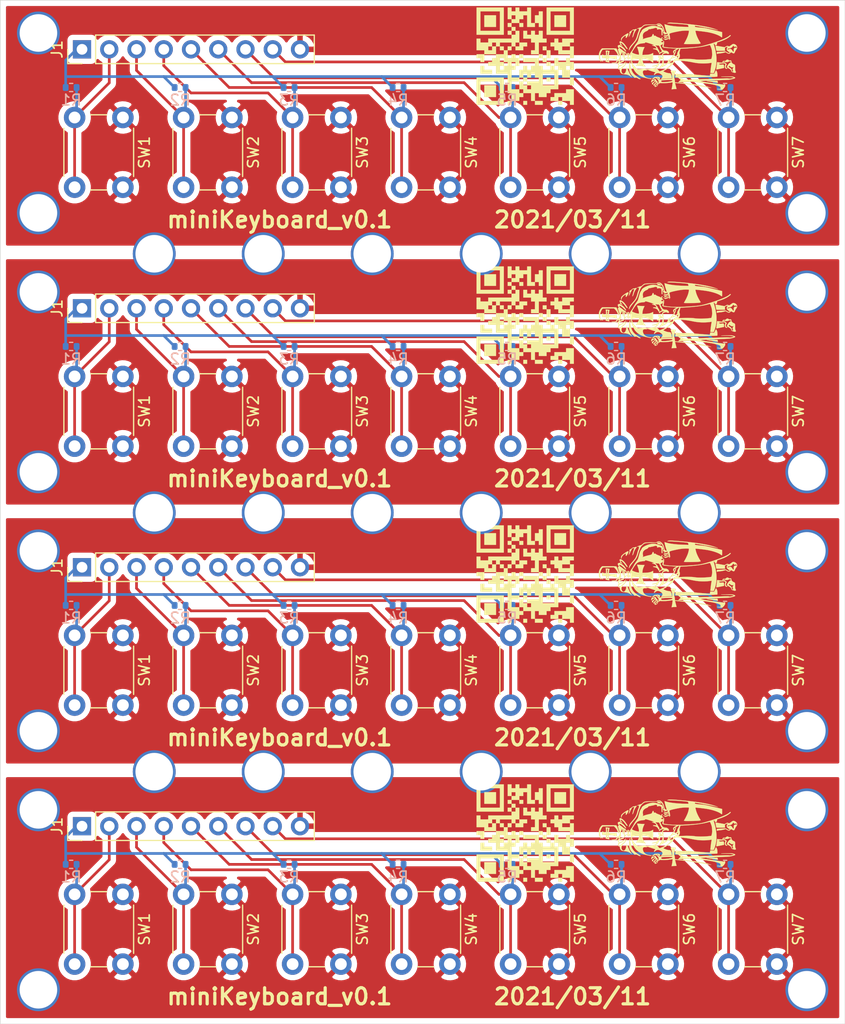
<source format=kicad_pcb>
(kicad_pcb (version 20171130) (host pcbnew "(5.1.7)-1")
  (title_block (title miniKeyboard) (date 2021-03-10) (rev v0.1) (company piro_tex))
  (layers (0 F.Cu signal) (31 B.Cu signal) (34 B.Paste user) (35 F.Paste user) (36 B.SilkS user) (37 F.SilkS user) (38 B.Mask user) (39 F.Mask user) (44 Edge.Cuts user))
  (net 0 "")
  (net 1 GND)
  (net 2 /button_7)
  (net 3 /button_6)
  (net 4 /button_5)
  (net 5 /button_4)
  (net 6 /button_3)
  (net 7 /button_2)
  (net 8 /button_1)
  (net 9 VCC)
  (module mine:qr_code_front_10mm (layer F.Cu) (at 107.315 28.575)
    (fp_text reference G*** hide)
    (fp_text value LOGO hide)
  )
  (module mine:qr_code_front_10mm (layer F.Cu) (at 107.315 52.705)
    (fp_text reference G*** hide)
    (fp_text value LOGO hide)
  )
  (module mine:qr_code_front_10mm (layer F.Cu) (at 107.315 76.835)
    (fp_text reference G*** hide)
    (fp_text value LOGO hide)
  )
  (module mine:qr_code_front_10mm (layer F.Cu) (at 107.315 100.965)
    (fp_text reference G*** hide)
    (fp_text value LOGO hide)
  )
  (module mine:knight_10x13mm (layer F.Cu) (at 120.65 100.965 90)
    (fp_text reference G*** hide)
    (fp_text value LOGO hide)
  )
  (module mine:knight_10x13mm (layer F.Cu) (at 120.65 76.835 90)
    (fp_text reference G*** hide)
    (fp_text value LOGO hide)
  )
  (module mine:knight_10x13mm (layer F.Cu) (at 120.65 52.705 90)
    (fp_text reference G*** hide)
    (fp_text value LOGO hide)
  )
  (module mine:knight_10x13mm (layer F.Cu) (at 120.65 28.575 90)
    (fp_text reference G*** hide)
    (fp_text value LOGO hide)
  )
  (module Button_Switch_THT:SW_PUSH_6mm (layer F.Cu) (at 69.85 106.68 270)
    (fp_text reference SW1 (at 3.25 -2 90) (layer F.SilkS))
    (fp_text value SW_Push)
    (pad 2 thru_hole circle (at 0 4.5) (size 2 2) (drill 1.1) (layers *.Cu *.Mask) (net 8 /button_1))
    (pad 1 thru_hole circle (at 0 0) (size 2 2) (drill 1.1) (layers *.Cu *.Mask) (net 1 GND))
    (pad 2 thru_hole circle (at 6.5 4.5) (size 2 2) (drill 1.1) (layers *.Cu *.Mask) (net 8 /button_1))
    (pad 1 thru_hole circle (at 6.5 0) (size 2 2) (drill 1.1) (layers *.Cu *.Mask) (net 1 GND))
  )
  (module Resistor_SMD:R_0402_1005Metric (layer B.Cu) (at 125.982 103.886)
    (fp_text reference R7 (at 0 1.17) (layer B.SilkS) (effects (justify mirror)))
    (fp_text value R)
    (pad 1 smd roundrect (at -0.51 0) (size 0.54 0.64) (layers B.Cu B.Paste B.Mask) (net 9 VCC))
    (pad 2 smd roundrect (at 0.51 0) (size 0.54 0.64) (layers B.Cu B.Paste B.Mask) (net 2 /button_7))
  )
  (module Resistor_SMD:R_0402_1005Metric (layer B.Cu) (at 115.822 103.886)
    (fp_text reference R6 (at 0 1.17) (layer B.SilkS) (effects (justify mirror)))
    (fp_text value R)
    (pad 1 smd roundrect (at -0.51 0) (size 0.54 0.64) (layers B.Cu B.Paste B.Mask) (net 9 VCC))
    (pad 2 smd roundrect (at 0.51 0) (size 0.54 0.64) (layers B.Cu B.Paste B.Mask) (net 3 /button_6))
  )
  (module Resistor_SMD:R_0402_1005Metric (layer B.Cu) (at 105.662 103.886)
    (fp_text reference R5 (at 0 1.17) (layer B.SilkS) (effects (justify mirror)))
    (fp_text value R)
    (pad 1 smd roundrect (at -0.51 0) (size 0.54 0.64) (layers B.Cu B.Paste B.Mask) (net 9 VCC))
    (pad 2 smd roundrect (at 0.51 0) (size 0.54 0.64) (layers B.Cu B.Paste B.Mask) (net 4 /button_5))
  )
  (module Resistor_SMD:R_0402_1005Metric (layer B.Cu) (at 95.502 103.886)
    (fp_text reference R4 (at 0 1.17) (layer B.SilkS) (effects (justify mirror)))
    (fp_text value R)
    (pad 1 smd roundrect (at -0.51 0) (size 0.54 0.64) (layers B.Cu B.Paste B.Mask) (net 9 VCC))
    (pad 2 smd roundrect (at 0.51 0) (size 0.54 0.64) (layers B.Cu B.Paste B.Mask) (net 5 /button_4))
  )
  (module Resistor_SMD:R_0402_1005Metric (layer B.Cu) (at 85.342 103.886)
    (fp_text reference R3 (at 0 1.17) (layer B.SilkS) (effects (justify mirror)))
    (fp_text value R)
    (pad 1 smd roundrect (at -0.51 0) (size 0.54 0.64) (layers B.Cu B.Paste B.Mask) (net 9 VCC))
    (pad 2 smd roundrect (at 0.51 0) (size 0.54 0.64) (layers B.Cu B.Paste B.Mask) (net 6 /button_3))
  )
  (module Resistor_SMD:R_0402_1005Metric (layer B.Cu) (at 75.182 103.886)
    (fp_text reference R2 (at 0 1.17) (layer B.SilkS) (effects (justify mirror)))
    (fp_text value R)
    (pad 1 smd roundrect (at -0.51 0) (size 0.54 0.64) (layers B.Cu B.Paste B.Mask) (net 9 VCC))
    (pad 2 smd roundrect (at 0.51 0) (size 0.54 0.64) (layers B.Cu B.Paste B.Mask) (net 7 /button_2))
  )
  (module Resistor_SMD:R_0402_1005Metric (layer B.Cu) (at 65.026 103.886)
    (fp_text reference R1 (at 0 1.17) (layer B.SilkS) (effects (justify mirror)))
    (fp_text value R)
    (pad 1 smd roundrect (at -0.51 0) (size 0.54 0.64) (layers B.Cu B.Paste B.Mask) (net 9 VCC))
    (pad 2 smd roundrect (at 0.51 0) (size 0.54 0.64) (layers B.Cu B.Paste B.Mask) (net 8 /button_1))
  )
  (module Connector_PinHeader_2.54mm:PinHeader_1x09_P2.54mm_Vertical (layer F.Cu) (at 66.04 100.33 90)
    (fp_text reference J1 (at 0 -2.33 90) (layer F.SilkS))
    (fp_text value buttons)
    (pad 1 thru_hole rect (at 0 0 90) (size 1.7 1.7) (drill 1) (layers *.Cu *.Mask) (net 9 VCC))
    (pad 2 thru_hole oval (at 0 2.54 90) (size 1.7 1.7) (drill 1) (layers *.Cu *.Mask) (net 8 /button_1))
    (pad 3 thru_hole oval (at 0 5.08 90) (size 1.7 1.7) (drill 1) (layers *.Cu *.Mask) (net 7 /button_2))
    (pad 4 thru_hole oval (at 0 7.62 90) (size 1.7 1.7) (drill 1) (layers *.Cu *.Mask) (net 6 /button_3))
    (pad 5 thru_hole oval (at 0 10.16 90) (size 1.7 1.7) (drill 1) (layers *.Cu *.Mask) (net 5 /button_4))
    (pad 6 thru_hole oval (at 0 12.7 90) (size 1.7 1.7) (drill 1) (layers *.Cu *.Mask) (net 4 /button_5))
    (pad 7 thru_hole oval (at 0 15.24 90) (size 1.7 1.7) (drill 1) (layers *.Cu *.Mask) (net 3 /button_6))
    (pad 8 thru_hole oval (at 0 17.78 90) (size 1.7 1.7) (drill 1) (layers *.Cu *.Mask) (net 2 /button_7))
    (pad 9 thru_hole oval (at 0 20.32 90) (size 1.7 1.7) (drill 1) (layers *.Cu *.Mask) (net 1 GND))
  )
  (module Button_Switch_THT:SW_PUSH_6mm (layer F.Cu) (at 130.81 106.68 270)
    (fp_text reference SW7 (at 3.25 -2 90) (layer F.SilkS))
    (fp_text value SW_Push)
    (pad 2 thru_hole circle (at 0 4.5) (size 2 2) (drill 1.1) (layers *.Cu *.Mask) (net 2 /button_7))
    (pad 1 thru_hole circle (at 0 0) (size 2 2) (drill 1.1) (layers *.Cu *.Mask) (net 1 GND))
    (pad 2 thru_hole circle (at 6.5 4.5) (size 2 2) (drill 1.1) (layers *.Cu *.Mask) (net 2 /button_7))
    (pad 1 thru_hole circle (at 6.5 0) (size 2 2) (drill 1.1) (layers *.Cu *.Mask) (net 1 GND))
  )
  (module Button_Switch_THT:SW_PUSH_6mm (layer F.Cu) (at 120.65 106.68 270)
    (fp_text reference SW6 (at 3.25 -2 90) (layer F.SilkS))
    (fp_text value SW_Push)
    (pad 2 thru_hole circle (at 0 4.5) (size 2 2) (drill 1.1) (layers *.Cu *.Mask) (net 3 /button_6))
    (pad 1 thru_hole circle (at 0 0) (size 2 2) (drill 1.1) (layers *.Cu *.Mask) (net 1 GND))
    (pad 2 thru_hole circle (at 6.5 4.5) (size 2 2) (drill 1.1) (layers *.Cu *.Mask) (net 3 /button_6))
    (pad 1 thru_hole circle (at 6.5 0) (size 2 2) (drill 1.1) (layers *.Cu *.Mask) (net 1 GND))
  )
  (module Button_Switch_THT:SW_PUSH_6mm (layer F.Cu) (at 110.49 106.68 270)
    (fp_text reference SW5 (at 3.25 -2 90) (layer F.SilkS))
    (fp_text value SW_Push)
    (pad 2 thru_hole circle (at 0 4.5) (size 2 2) (drill 1.1) (layers *.Cu *.Mask) (net 4 /button_5))
    (pad 1 thru_hole circle (at 0 0) (size 2 2) (drill 1.1) (layers *.Cu *.Mask) (net 1 GND))
    (pad 2 thru_hole circle (at 6.5 4.5) (size 2 2) (drill 1.1) (layers *.Cu *.Mask) (net 4 /button_5))
    (pad 1 thru_hole circle (at 6.5 0) (size 2 2) (drill 1.1) (layers *.Cu *.Mask) (net 1 GND))
  )
  (module Button_Switch_THT:SW_PUSH_6mm (layer F.Cu) (at 100.33 106.68 270)
    (fp_text reference SW4 (at 3.25 -2 90) (layer F.SilkS))
    (fp_text value SW_Push)
    (pad 2 thru_hole circle (at 0 4.5) (size 2 2) (drill 1.1) (layers *.Cu *.Mask) (net 5 /button_4))
    (pad 1 thru_hole circle (at 0 0) (size 2 2) (drill 1.1) (layers *.Cu *.Mask) (net 1 GND))
    (pad 2 thru_hole circle (at 6.5 4.5) (size 2 2) (drill 1.1) (layers *.Cu *.Mask) (net 5 /button_4))
    (pad 1 thru_hole circle (at 6.5 0) (size 2 2) (drill 1.1) (layers *.Cu *.Mask) (net 1 GND))
  )
  (module Button_Switch_THT:SW_PUSH_6mm (layer F.Cu) (at 90.17 106.68 270)
    (fp_text reference SW3 (at 3.25 -2 90) (layer F.SilkS))
    (fp_text value SW_Push)
    (pad 2 thru_hole circle (at 0 4.5) (size 2 2) (drill 1.1) (layers *.Cu *.Mask) (net 6 /button_3))
    (pad 1 thru_hole circle (at 0 0) (size 2 2) (drill 1.1) (layers *.Cu *.Mask) (net 1 GND))
    (pad 2 thru_hole circle (at 6.5 4.5) (size 2 2) (drill 1.1) (layers *.Cu *.Mask) (net 6 /button_3))
    (pad 1 thru_hole circle (at 6.5 0) (size 2 2) (drill 1.1) (layers *.Cu *.Mask) (net 1 GND))
  )
  (module Button_Switch_THT:SW_PUSH_6mm (layer F.Cu) (at 80.01 106.68 270)
    (fp_text reference SW2 (at 3.25 -2 90) (layer F.SilkS))
    (fp_text value SW_Push)
    (pad 2 thru_hole circle (at 0 4.5) (size 2 2) (drill 1.1) (layers *.Cu *.Mask) (net 7 /button_2))
    (pad 1 thru_hole circle (at 0 0) (size 2 2) (drill 1.1) (layers *.Cu *.Mask) (net 1 GND))
    (pad 2 thru_hole circle (at 6.5 4.5) (size 2 2) (drill 1.1) (layers *.Cu *.Mask) (net 7 /button_2))
    (pad 1 thru_hole circle (at 6.5 0) (size 2 2) (drill 1.1) (layers *.Cu *.Mask) (net 1 GND))
  )
  (module Button_Switch_THT:SW_PUSH_6mm (layer F.Cu) (at 80.01 82.55 270)
    (fp_text reference SW2 (at 3.25 -2 90) (layer F.SilkS))
    (fp_text value SW_Push)
    (pad 1 thru_hole circle (at 6.5 0) (size 2 2) (drill 1.1) (layers *.Cu *.Mask) (net 1 GND))
    (pad 2 thru_hole circle (at 6.5 4.5) (size 2 2) (drill 1.1) (layers *.Cu *.Mask) (net 7 /button_2))
    (pad 1 thru_hole circle (at 0 0) (size 2 2) (drill 1.1) (layers *.Cu *.Mask) (net 1 GND))
    (pad 2 thru_hole circle (at 0 4.5) (size 2 2) (drill 1.1) (layers *.Cu *.Mask) (net 7 /button_2))
  )
  (module Button_Switch_THT:SW_PUSH_6mm (layer F.Cu) (at 90.17 82.55 270)
    (fp_text reference SW3 (at 3.25 -2 90) (layer F.SilkS))
    (fp_text value SW_Push)
    (pad 1 thru_hole circle (at 6.5 0) (size 2 2) (drill 1.1) (layers *.Cu *.Mask) (net 1 GND))
    (pad 2 thru_hole circle (at 6.5 4.5) (size 2 2) (drill 1.1) (layers *.Cu *.Mask) (net 6 /button_3))
    (pad 1 thru_hole circle (at 0 0) (size 2 2) (drill 1.1) (layers *.Cu *.Mask) (net 1 GND))
    (pad 2 thru_hole circle (at 0 4.5) (size 2 2) (drill 1.1) (layers *.Cu *.Mask) (net 6 /button_3))
  )
  (module Button_Switch_THT:SW_PUSH_6mm (layer F.Cu) (at 100.33 82.55 270)
    (fp_text reference SW4 (at 3.25 -2 90) (layer F.SilkS))
    (fp_text value SW_Push)
    (pad 1 thru_hole circle (at 6.5 0) (size 2 2) (drill 1.1) (layers *.Cu *.Mask) (net 1 GND))
    (pad 2 thru_hole circle (at 6.5 4.5) (size 2 2) (drill 1.1) (layers *.Cu *.Mask) (net 5 /button_4))
    (pad 1 thru_hole circle (at 0 0) (size 2 2) (drill 1.1) (layers *.Cu *.Mask) (net 1 GND))
    (pad 2 thru_hole circle (at 0 4.5) (size 2 2) (drill 1.1) (layers *.Cu *.Mask) (net 5 /button_4))
  )
  (module Button_Switch_THT:SW_PUSH_6mm (layer F.Cu) (at 110.49 82.55 270)
    (fp_text reference SW5 (at 3.25 -2 90) (layer F.SilkS))
    (fp_text value SW_Push)
    (pad 1 thru_hole circle (at 6.5 0) (size 2 2) (drill 1.1) (layers *.Cu *.Mask) (net 1 GND))
    (pad 2 thru_hole circle (at 6.5 4.5) (size 2 2) (drill 1.1) (layers *.Cu *.Mask) (net 4 /button_5))
    (pad 1 thru_hole circle (at 0 0) (size 2 2) (drill 1.1) (layers *.Cu *.Mask) (net 1 GND))
    (pad 2 thru_hole circle (at 0 4.5) (size 2 2) (drill 1.1) (layers *.Cu *.Mask) (net 4 /button_5))
  )
  (module Button_Switch_THT:SW_PUSH_6mm (layer F.Cu) (at 120.65 82.55 270)
    (fp_text reference SW6 (at 3.25 -2 90) (layer F.SilkS))
    (fp_text value SW_Push)
    (pad 1 thru_hole circle (at 6.5 0) (size 2 2) (drill 1.1) (layers *.Cu *.Mask) (net 1 GND))
    (pad 2 thru_hole circle (at 6.5 4.5) (size 2 2) (drill 1.1) (layers *.Cu *.Mask) (net 3 /button_6))
    (pad 1 thru_hole circle (at 0 0) (size 2 2) (drill 1.1) (layers *.Cu *.Mask) (net 1 GND))
    (pad 2 thru_hole circle (at 0 4.5) (size 2 2) (drill 1.1) (layers *.Cu *.Mask) (net 3 /button_6))
  )
  (module Button_Switch_THT:SW_PUSH_6mm (layer F.Cu) (at 130.81 82.55 270)
    (fp_text reference SW7 (at 3.25 -2 90) (layer F.SilkS))
    (fp_text value SW_Push)
    (pad 1 thru_hole circle (at 6.5 0) (size 2 2) (drill 1.1) (layers *.Cu *.Mask) (net 1 GND))
    (pad 2 thru_hole circle (at 6.5 4.5) (size 2 2) (drill 1.1) (layers *.Cu *.Mask) (net 2 /button_7))
    (pad 1 thru_hole circle (at 0 0) (size 2 2) (drill 1.1) (layers *.Cu *.Mask) (net 1 GND))
    (pad 2 thru_hole circle (at 0 4.5) (size 2 2) (drill 1.1) (layers *.Cu *.Mask) (net 2 /button_7))
  )
  (module Connector_PinHeader_2.54mm:PinHeader_1x09_P2.54mm_Vertical (layer F.Cu) (at 66.04 76.2 90)
    (fp_text reference J1 (at 0 -2.33 90) (layer F.SilkS))
    (fp_text value buttons)
    (pad 9 thru_hole oval (at 0 20.32 90) (size 1.7 1.7) (drill 1) (layers *.Cu *.Mask) (net 1 GND))
    (pad 8 thru_hole oval (at 0 17.78 90) (size 1.7 1.7) (drill 1) (layers *.Cu *.Mask) (net 2 /button_7))
    (pad 7 thru_hole oval (at 0 15.24 90) (size 1.7 1.7) (drill 1) (layers *.Cu *.Mask) (net 3 /button_6))
    (pad 6 thru_hole oval (at 0 12.7 90) (size 1.7 1.7) (drill 1) (layers *.Cu *.Mask) (net 4 /button_5))
    (pad 5 thru_hole oval (at 0 10.16 90) (size 1.7 1.7) (drill 1) (layers *.Cu *.Mask) (net 5 /button_4))
    (pad 4 thru_hole oval (at 0 7.62 90) (size 1.7 1.7) (drill 1) (layers *.Cu *.Mask) (net 6 /button_3))
    (pad 3 thru_hole oval (at 0 5.08 90) (size 1.7 1.7) (drill 1) (layers *.Cu *.Mask) (net 7 /button_2))
    (pad 2 thru_hole oval (at 0 2.54 90) (size 1.7 1.7) (drill 1) (layers *.Cu *.Mask) (net 8 /button_1))
    (pad 1 thru_hole rect (at 0 0 90) (size 1.7 1.7) (drill 1) (layers *.Cu *.Mask) (net 9 VCC))
  )
  (module Resistor_SMD:R_0402_1005Metric (layer B.Cu) (at 65.026 79.756)
    (fp_text reference R1 (at 0 1.17) (layer B.SilkS) (effects (justify mirror)))
    (fp_text value R)
    (pad 2 smd roundrect (at 0.51 0) (size 0.54 0.64) (layers B.Cu B.Paste B.Mask) (net 8 /button_1))
    (pad 1 smd roundrect (at -0.51 0) (size 0.54 0.64) (layers B.Cu B.Paste B.Mask) (net 9 VCC))
  )
  (module Resistor_SMD:R_0402_1005Metric (layer B.Cu) (at 75.182 79.756)
    (fp_text reference R2 (at 0 1.17) (layer B.SilkS) (effects (justify mirror)))
    (fp_text value R)
    (pad 2 smd roundrect (at 0.51 0) (size 0.54 0.64) (layers B.Cu B.Paste B.Mask) (net 7 /button_2))
    (pad 1 smd roundrect (at -0.51 0) (size 0.54 0.64) (layers B.Cu B.Paste B.Mask) (net 9 VCC))
  )
  (module Resistor_SMD:R_0402_1005Metric (layer B.Cu) (at 85.342 79.756)
    (fp_text reference R3 (at 0 1.17) (layer B.SilkS) (effects (justify mirror)))
    (fp_text value R)
    (pad 2 smd roundrect (at 0.51 0) (size 0.54 0.64) (layers B.Cu B.Paste B.Mask) (net 6 /button_3))
    (pad 1 smd roundrect (at -0.51 0) (size 0.54 0.64) (layers B.Cu B.Paste B.Mask) (net 9 VCC))
  )
  (module Resistor_SMD:R_0402_1005Metric (layer B.Cu) (at 95.502 79.756)
    (fp_text reference R4 (at 0 1.17) (layer B.SilkS) (effects (justify mirror)))
    (fp_text value R)
    (pad 2 smd roundrect (at 0.51 0) (size 0.54 0.64) (layers B.Cu B.Paste B.Mask) (net 5 /button_4))
    (pad 1 smd roundrect (at -0.51 0) (size 0.54 0.64) (layers B.Cu B.Paste B.Mask) (net 9 VCC))
  )
  (module Resistor_SMD:R_0402_1005Metric (layer B.Cu) (at 105.662 79.756)
    (fp_text reference R5 (at 0 1.17) (layer B.SilkS) (effects (justify mirror)))
    (fp_text value R)
    (pad 2 smd roundrect (at 0.51 0) (size 0.54 0.64) (layers B.Cu B.Paste B.Mask) (net 4 /button_5))
    (pad 1 smd roundrect (at -0.51 0) (size 0.54 0.64) (layers B.Cu B.Paste B.Mask) (net 9 VCC))
  )
  (module Resistor_SMD:R_0402_1005Metric (layer B.Cu) (at 115.822 79.756)
    (fp_text reference R6 (at 0 1.17) (layer B.SilkS) (effects (justify mirror)))
    (fp_text value R)
    (pad 2 smd roundrect (at 0.51 0) (size 0.54 0.64) (layers B.Cu B.Paste B.Mask) (net 3 /button_6))
    (pad 1 smd roundrect (at -0.51 0) (size 0.54 0.64) (layers B.Cu B.Paste B.Mask) (net 9 VCC))
  )
  (module Resistor_SMD:R_0402_1005Metric (layer B.Cu) (at 125.982 79.756)
    (fp_text reference R7 (at 0 1.17) (layer B.SilkS) (effects (justify mirror)))
    (fp_text value R)
    (pad 2 smd roundrect (at 0.51 0) (size 0.54 0.64) (layers B.Cu B.Paste B.Mask) (net 2 /button_7))
    (pad 1 smd roundrect (at -0.51 0) (size 0.54 0.64) (layers B.Cu B.Paste B.Mask) (net 9 VCC))
  )
  (module Button_Switch_THT:SW_PUSH_6mm (layer F.Cu) (at 69.85 82.55 270)
    (fp_text reference SW1 (at 3.25 -2 90) (layer F.SilkS))
    (fp_text value SW_Push)
    (pad 1 thru_hole circle (at 6.5 0) (size 2 2) (drill 1.1) (layers *.Cu *.Mask) (net 1 GND))
    (pad 2 thru_hole circle (at 6.5 4.5) (size 2 2) (drill 1.1) (layers *.Cu *.Mask) (net 8 /button_1))
    (pad 1 thru_hole circle (at 0 0) (size 2 2) (drill 1.1) (layers *.Cu *.Mask) (net 1 GND))
    (pad 2 thru_hole circle (at 0 4.5) (size 2 2) (drill 1.1) (layers *.Cu *.Mask) (net 8 /button_1))
  )
  (module Button_Switch_THT:SW_PUSH_6mm (layer F.Cu) (at 69.85 58.42 270)
    (fp_text reference SW1 (at 3.25 -2 90) (layer F.SilkS))
    (fp_text value SW_Push)
    (pad 2 thru_hole circle (at 0 4.5) (size 2 2) (drill 1.1) (layers *.Cu *.Mask) (net 8 /button_1))
    (pad 1 thru_hole circle (at 0 0) (size 2 2) (drill 1.1) (layers *.Cu *.Mask) (net 1 GND))
    (pad 2 thru_hole circle (at 6.5 4.5) (size 2 2) (drill 1.1) (layers *.Cu *.Mask) (net 8 /button_1))
    (pad 1 thru_hole circle (at 6.5 0) (size 2 2) (drill 1.1) (layers *.Cu *.Mask) (net 1 GND))
  )
  (module Resistor_SMD:R_0402_1005Metric (layer B.Cu) (at 125.982 55.626)
    (fp_text reference R7 (at 0 1.17) (layer B.SilkS) (effects (justify mirror)))
    (fp_text value R)
    (pad 1 smd roundrect (at -0.51 0) (size 0.54 0.64) (layers B.Cu B.Paste B.Mask) (net 9 VCC))
    (pad 2 smd roundrect (at 0.51 0) (size 0.54 0.64) (layers B.Cu B.Paste B.Mask) (net 2 /button_7))
  )
  (module Resistor_SMD:R_0402_1005Metric (layer B.Cu) (at 115.822 55.626)
    (fp_text reference R6 (at 0 1.17) (layer B.SilkS) (effects (justify mirror)))
    (fp_text value R)
    (pad 1 smd roundrect (at -0.51 0) (size 0.54 0.64) (layers B.Cu B.Paste B.Mask) (net 9 VCC))
    (pad 2 smd roundrect (at 0.51 0) (size 0.54 0.64) (layers B.Cu B.Paste B.Mask) (net 3 /button_6))
  )
  (module Resistor_SMD:R_0402_1005Metric (layer B.Cu) (at 105.662 55.626)
    (fp_text reference R5 (at 0 1.17) (layer B.SilkS) (effects (justify mirror)))
    (fp_text value R)
    (pad 1 smd roundrect (at -0.51 0) (size 0.54 0.64) (layers B.Cu B.Paste B.Mask) (net 9 VCC))
    (pad 2 smd roundrect (at 0.51 0) (size 0.54 0.64) (layers B.Cu B.Paste B.Mask) (net 4 /button_5))
  )
  (module Resistor_SMD:R_0402_1005Metric (layer B.Cu) (at 95.502 55.626)
    (fp_text reference R4 (at 0 1.17) (layer B.SilkS) (effects (justify mirror)))
    (fp_text value R)
    (pad 1 smd roundrect (at -0.51 0) (size 0.54 0.64) (layers B.Cu B.Paste B.Mask) (net 9 VCC))
    (pad 2 smd roundrect (at 0.51 0) (size 0.54 0.64) (layers B.Cu B.Paste B.Mask) (net 5 /button_4))
  )
  (module Resistor_SMD:R_0402_1005Metric (layer B.Cu) (at 85.342 55.626)
    (fp_text reference R3 (at 0 1.17) (layer B.SilkS) (effects (justify mirror)))
    (fp_text value R)
    (pad 1 smd roundrect (at -0.51 0) (size 0.54 0.64) (layers B.Cu B.Paste B.Mask) (net 9 VCC))
    (pad 2 smd roundrect (at 0.51 0) (size 0.54 0.64) (layers B.Cu B.Paste B.Mask) (net 6 /button_3))
  )
  (module Resistor_SMD:R_0402_1005Metric (layer B.Cu) (at 75.182 55.626)
    (fp_text reference R2 (at 0 1.17) (layer B.SilkS) (effects (justify mirror)))
    (fp_text value R)
    (pad 1 smd roundrect (at -0.51 0) (size 0.54 0.64) (layers B.Cu B.Paste B.Mask) (net 9 VCC))
    (pad 2 smd roundrect (at 0.51 0) (size 0.54 0.64) (layers B.Cu B.Paste B.Mask) (net 7 /button_2))
  )
  (module Resistor_SMD:R_0402_1005Metric (layer B.Cu) (at 65.026 55.626)
    (fp_text reference R1 (at 0 1.17) (layer B.SilkS) (effects (justify mirror)))
    (fp_text value R)
    (pad 1 smd roundrect (at -0.51 0) (size 0.54 0.64) (layers B.Cu B.Paste B.Mask) (net 9 VCC))
    (pad 2 smd roundrect (at 0.51 0) (size 0.54 0.64) (layers B.Cu B.Paste B.Mask) (net 8 /button_1))
  )
  (module Connector_PinHeader_2.54mm:PinHeader_1x09_P2.54mm_Vertical (layer F.Cu) (at 66.04 52.07 90)
    (fp_text reference J1 (at 0 -2.33 90) (layer F.SilkS))
    (fp_text value buttons)
    (pad 1 thru_hole rect (at 0 0 90) (size 1.7 1.7) (drill 1) (layers *.Cu *.Mask) (net 9 VCC))
    (pad 2 thru_hole oval (at 0 2.54 90) (size 1.7 1.7) (drill 1) (layers *.Cu *.Mask) (net 8 /button_1))
    (pad 3 thru_hole oval (at 0 5.08 90) (size 1.7 1.7) (drill 1) (layers *.Cu *.Mask) (net 7 /button_2))
    (pad 4 thru_hole oval (at 0 7.62 90) (size 1.7 1.7) (drill 1) (layers *.Cu *.Mask) (net 6 /button_3))
    (pad 5 thru_hole oval (at 0 10.16 90) (size 1.7 1.7) (drill 1) (layers *.Cu *.Mask) (net 5 /button_4))
    (pad 6 thru_hole oval (at 0 12.7 90) (size 1.7 1.7) (drill 1) (layers *.Cu *.Mask) (net 4 /button_5))
    (pad 7 thru_hole oval (at 0 15.24 90) (size 1.7 1.7) (drill 1) (layers *.Cu *.Mask) (net 3 /button_6))
    (pad 8 thru_hole oval (at 0 17.78 90) (size 1.7 1.7) (drill 1) (layers *.Cu *.Mask) (net 2 /button_7))
    (pad 9 thru_hole oval (at 0 20.32 90) (size 1.7 1.7) (drill 1) (layers *.Cu *.Mask) (net 1 GND))
  )
  (module Button_Switch_THT:SW_PUSH_6mm (layer F.Cu) (at 130.81 58.42 270)
    (fp_text reference SW7 (at 3.25 -2 90) (layer F.SilkS))
    (fp_text value SW_Push)
    (pad 2 thru_hole circle (at 0 4.5) (size 2 2) (drill 1.1) (layers *.Cu *.Mask) (net 2 /button_7))
    (pad 1 thru_hole circle (at 0 0) (size 2 2) (drill 1.1) (layers *.Cu *.Mask) (net 1 GND))
    (pad 2 thru_hole circle (at 6.5 4.5) (size 2 2) (drill 1.1) (layers *.Cu *.Mask) (net 2 /button_7))
    (pad 1 thru_hole circle (at 6.5 0) (size 2 2) (drill 1.1) (layers *.Cu *.Mask) (net 1 GND))
  )
  (module Button_Switch_THT:SW_PUSH_6mm (layer F.Cu) (at 120.65 58.42 270)
    (fp_text reference SW6 (at 3.25 -2 90) (layer F.SilkS))
    (fp_text value SW_Push)
    (pad 2 thru_hole circle (at 0 4.5) (size 2 2) (drill 1.1) (layers *.Cu *.Mask) (net 3 /button_6))
    (pad 1 thru_hole circle (at 0 0) (size 2 2) (drill 1.1) (layers *.Cu *.Mask) (net 1 GND))
    (pad 2 thru_hole circle (at 6.5 4.5) (size 2 2) (drill 1.1) (layers *.Cu *.Mask) (net 3 /button_6))
    (pad 1 thru_hole circle (at 6.5 0) (size 2 2) (drill 1.1) (layers *.Cu *.Mask) (net 1 GND))
  )
  (module Button_Switch_THT:SW_PUSH_6mm (layer F.Cu) (at 110.49 58.42 270)
    (fp_text reference SW5 (at 3.25 -2 90) (layer F.SilkS))
    (fp_text value SW_Push)
    (pad 2 thru_hole circle (at 0 4.5) (size 2 2) (drill 1.1) (layers *.Cu *.Mask) (net 4 /button_5))
    (pad 1 thru_hole circle (at 0 0) (size 2 2) (drill 1.1) (layers *.Cu *.Mask) (net 1 GND))
    (pad 2 thru_hole circle (at 6.5 4.5) (size 2 2) (drill 1.1) (layers *.Cu *.Mask) (net 4 /button_5))
    (pad 1 thru_hole circle (at 6.5 0) (size 2 2) (drill 1.1) (layers *.Cu *.Mask) (net 1 GND))
  )
  (module Button_Switch_THT:SW_PUSH_6mm (layer F.Cu) (at 100.33 58.42 270)
    (fp_text reference SW4 (at 3.25 -2 90) (layer F.SilkS))
    (fp_text value SW_Push)
    (pad 2 thru_hole circle (at 0 4.5) (size 2 2) (drill 1.1) (layers *.Cu *.Mask) (net 5 /button_4))
    (pad 1 thru_hole circle (at 0 0) (size 2 2) (drill 1.1) (layers *.Cu *.Mask) (net 1 GND))
    (pad 2 thru_hole circle (at 6.5 4.5) (size 2 2) (drill 1.1) (layers *.Cu *.Mask) (net 5 /button_4))
    (pad 1 thru_hole circle (at 6.5 0) (size 2 2) (drill 1.1) (layers *.Cu *.Mask) (net 1 GND))
  )
  (module Button_Switch_THT:SW_PUSH_6mm (layer F.Cu) (at 90.17 58.42 270)
    (fp_text reference SW3 (at 3.25 -2 90) (layer F.SilkS))
    (fp_text value SW_Push)
    (pad 2 thru_hole circle (at 0 4.5) (size 2 2) (drill 1.1) (layers *.Cu *.Mask) (net 6 /button_3))
    (pad 1 thru_hole circle (at 0 0) (size 2 2) (drill 1.1) (layers *.Cu *.Mask) (net 1 GND))
    (pad 2 thru_hole circle (at 6.5 4.5) (size 2 2) (drill 1.1) (layers *.Cu *.Mask) (net 6 /button_3))
    (pad 1 thru_hole circle (at 6.5 0) (size 2 2) (drill 1.1) (layers *.Cu *.Mask) (net 1 GND))
  )
  (module Button_Switch_THT:SW_PUSH_6mm (layer F.Cu) (at 80.01 58.42 270)
    (fp_text reference SW2 (at 3.25 -2 90) (layer F.SilkS))
    (fp_text value SW_Push)
    (pad 2 thru_hole circle (at 0 4.5) (size 2 2) (drill 1.1) (layers *.Cu *.Mask) (net 7 /button_2))
    (pad 1 thru_hole circle (at 0 0) (size 2 2) (drill 1.1) (layers *.Cu *.Mask) (net 1 GND))
    (pad 2 thru_hole circle (at 6.5 4.5) (size 2 2) (drill 1.1) (layers *.Cu *.Mask) (net 7 /button_2))
    (pad 1 thru_hole circle (at 6.5 0) (size 2 2) (drill 1.1) (layers *.Cu *.Mask) (net 1 GND))
  )
  (module Button_Switch_THT:SW_PUSH_6mm (layer F.Cu) (at 130.81 34.29 270)
    (fp_text reference SW7 (at 3.25 -2 90) (layer F.SilkS))
    (fp_text value SW_Push)
    (pad 1 thru_hole circle (at 6.5 0) (size 2 2) (drill 1.1) (layers *.Cu *.Mask) (net 1 GND))
    (pad 2 thru_hole circle (at 6.5 4.5) (size 2 2) (drill 1.1) (layers *.Cu *.Mask) (net 2 /button_7))
    (pad 1 thru_hole circle (at 0 0) (size 2 2) (drill 1.1) (layers *.Cu *.Mask) (net 1 GND))
    (pad 2 thru_hole circle (at 0 4.5) (size 2 2) (drill 1.1) (layers *.Cu *.Mask) (net 2 /button_7))
  )
  (module Button_Switch_THT:SW_PUSH_6mm (layer F.Cu) (at 120.65 34.29 270)
    (fp_text reference SW6 (at 3.25 -2 90) (layer F.SilkS))
    (fp_text value SW_Push)
    (pad 1 thru_hole circle (at 6.5 0) (size 2 2) (drill 1.1) (layers *.Cu *.Mask) (net 1 GND))
    (pad 2 thru_hole circle (at 6.5 4.5) (size 2 2) (drill 1.1) (layers *.Cu *.Mask) (net 3 /button_6))
    (pad 1 thru_hole circle (at 0 0) (size 2 2) (drill 1.1) (layers *.Cu *.Mask) (net 1 GND))
    (pad 2 thru_hole circle (at 0 4.5) (size 2 2) (drill 1.1) (layers *.Cu *.Mask) (net 3 /button_6))
  )
  (module Button_Switch_THT:SW_PUSH_6mm (layer F.Cu) (at 110.49 34.29 270)
    (fp_text reference SW5 (at 3.25 -2 90) (layer F.SilkS))
    (fp_text value SW_Push)
    (pad 1 thru_hole circle (at 6.5 0) (size 2 2) (drill 1.1) (layers *.Cu *.Mask) (net 1 GND))
    (pad 2 thru_hole circle (at 6.5 4.5) (size 2 2) (drill 1.1) (layers *.Cu *.Mask) (net 4 /button_5))
    (pad 1 thru_hole circle (at 0 0) (size 2 2) (drill 1.1) (layers *.Cu *.Mask) (net 1 GND))
    (pad 2 thru_hole circle (at 0 4.5) (size 2 2) (drill 1.1) (layers *.Cu *.Mask) (net 4 /button_5))
  )
  (module Button_Switch_THT:SW_PUSH_6mm (layer F.Cu) (at 100.33 34.29 270)
    (fp_text reference SW4 (at 3.25 -2 90) (layer F.SilkS))
    (fp_text value SW_Push)
    (pad 1 thru_hole circle (at 6.5 0) (size 2 2) (drill 1.1) (layers *.Cu *.Mask) (net 1 GND))
    (pad 2 thru_hole circle (at 6.5 4.5) (size 2 2) (drill 1.1) (layers *.Cu *.Mask) (net 5 /button_4))
    (pad 1 thru_hole circle (at 0 0) (size 2 2) (drill 1.1) (layers *.Cu *.Mask) (net 1 GND))
    (pad 2 thru_hole circle (at 0 4.5) (size 2 2) (drill 1.1) (layers *.Cu *.Mask) (net 5 /button_4))
  )
  (module Button_Switch_THT:SW_PUSH_6mm (layer F.Cu) (at 90.17 34.29 270)
    (fp_text reference SW3 (at 3.25 -2 90) (layer F.SilkS))
    (fp_text value SW_Push)
    (pad 1 thru_hole circle (at 6.5 0) (size 2 2) (drill 1.1) (layers *.Cu *.Mask) (net 1 GND))
    (pad 2 thru_hole circle (at 6.5 4.5) (size 2 2) (drill 1.1) (layers *.Cu *.Mask) (net 6 /button_3))
    (pad 1 thru_hole circle (at 0 0) (size 2 2) (drill 1.1) (layers *.Cu *.Mask) (net 1 GND))
    (pad 2 thru_hole circle (at 0 4.5) (size 2 2) (drill 1.1) (layers *.Cu *.Mask) (net 6 /button_3))
  )
  (module Button_Switch_THT:SW_PUSH_6mm (layer F.Cu) (at 80.01 34.29 270)
    (fp_text reference SW2 (at 3.25 -2 90) (layer F.SilkS))
    (fp_text value SW_Push)
    (pad 1 thru_hole circle (at 6.5 0) (size 2 2) (drill 1.1) (layers *.Cu *.Mask) (net 1 GND))
    (pad 2 thru_hole circle (at 6.5 4.5) (size 2 2) (drill 1.1) (layers *.Cu *.Mask) (net 7 /button_2))
    (pad 1 thru_hole circle (at 0 0) (size 2 2) (drill 1.1) (layers *.Cu *.Mask) (net 1 GND))
    (pad 2 thru_hole circle (at 0 4.5) (size 2 2) (drill 1.1) (layers *.Cu *.Mask) (net 7 /button_2))
  )
  (module Button_Switch_THT:SW_PUSH_6mm (layer F.Cu) (at 69.85 34.29 270)
    (fp_text reference SW1 (at 3.25 -2 90) (layer F.SilkS))
    (fp_text value SW_Push)
    (pad 1 thru_hole circle (at 6.5 0) (size 2 2) (drill 1.1) (layers *.Cu *.Mask) (net 1 GND))
    (pad 2 thru_hole circle (at 6.5 4.5) (size 2 2) (drill 1.1) (layers *.Cu *.Mask) (net 8 /button_1))
    (pad 1 thru_hole circle (at 0 0) (size 2 2) (drill 1.1) (layers *.Cu *.Mask) (net 1 GND))
    (pad 2 thru_hole circle (at 0 4.5) (size 2 2) (drill 1.1) (layers *.Cu *.Mask) (net 8 /button_1))
  )
  (module Resistor_SMD:R_0402_1005Metric (layer B.Cu) (at 125.982 31.496)
    (fp_text reference R7 (at 0 1.17) (layer B.SilkS) (effects (justify mirror)))
    (fp_text value R)
    (pad 2 smd roundrect (at 0.51 0) (size 0.54 0.64) (layers B.Cu B.Paste B.Mask) (net 2 /button_7))
    (pad 1 smd roundrect (at -0.51 0) (size 0.54 0.64) (layers B.Cu B.Paste B.Mask) (net 9 VCC))
  )
  (module Resistor_SMD:R_0402_1005Metric (layer B.Cu) (at 115.822 31.496)
    (fp_text reference R6 (at 0 1.17) (layer B.SilkS) (effects (justify mirror)))
    (fp_text value R)
    (pad 2 smd roundrect (at 0.51 0) (size 0.54 0.64) (layers B.Cu B.Paste B.Mask) (net 3 /button_6))
    (pad 1 smd roundrect (at -0.51 0) (size 0.54 0.64) (layers B.Cu B.Paste B.Mask) (net 9 VCC))
  )
  (module Resistor_SMD:R_0402_1005Metric (layer B.Cu) (at 105.662 31.496)
    (fp_text reference R5 (at 0 1.17) (layer B.SilkS) (effects (justify mirror)))
    (fp_text value R)
    (pad 2 smd roundrect (at 0.51 0) (size 0.54 0.64) (layers B.Cu B.Paste B.Mask) (net 4 /button_5))
    (pad 1 smd roundrect (at -0.51 0) (size 0.54 0.64) (layers B.Cu B.Paste B.Mask) (net 9 VCC))
  )
  (module Resistor_SMD:R_0402_1005Metric (layer B.Cu) (at 95.502 31.496)
    (fp_text reference R4 (at 0 1.17) (layer B.SilkS) (effects (justify mirror)))
    (fp_text value R)
    (pad 2 smd roundrect (at 0.51 0) (size 0.54 0.64) (layers B.Cu B.Paste B.Mask) (net 5 /button_4))
    (pad 1 smd roundrect (at -0.51 0) (size 0.54 0.64) (layers B.Cu B.Paste B.Mask) (net 9 VCC))
  )
  (module Resistor_SMD:R_0402_1005Metric (layer B.Cu) (at 85.342 31.496)
    (fp_text reference R3 (at 0 1.17) (layer B.SilkS) (effects (justify mirror)))
    (fp_text value R)
    (pad 2 smd roundrect (at 0.51 0) (size 0.54 0.64) (layers B.Cu B.Paste B.Mask) (net 6 /button_3))
    (pad 1 smd roundrect (at -0.51 0) (size 0.54 0.64) (layers B.Cu B.Paste B.Mask) (net 9 VCC))
  )
  (module Resistor_SMD:R_0402_1005Metric (layer B.Cu) (at 75.182 31.496)
    (fp_text reference R2 (at 0 1.17) (layer B.SilkS) (effects (justify mirror)))
    (fp_text value R)
    (pad 2 smd roundrect (at 0.51 0) (size 0.54 0.64) (layers B.Cu B.Paste B.Mask) (net 7 /button_2))
    (pad 1 smd roundrect (at -0.51 0) (size 0.54 0.64) (layers B.Cu B.Paste B.Mask) (net 9 VCC))
  )
  (module Resistor_SMD:R_0402_1005Metric (layer B.Cu) (at 65.026 31.496)
    (fp_text reference R1 (at 0 1.17) (layer B.SilkS) (effects (justify mirror)))
    (fp_text value R)
    (pad 2 smd roundrect (at 0.51 0) (size 0.54 0.64) (layers B.Cu B.Paste B.Mask) (net 8 /button_1))
    (pad 1 smd roundrect (at -0.51 0) (size 0.54 0.64) (layers B.Cu B.Paste B.Mask) (net 9 VCC))
  )
  (module Connector_PinHeader_2.54mm:PinHeader_1x09_P2.54mm_Vertical (layer F.Cu) (at 66.04 27.94 90)
    (fp_text reference J1 (at 0 -2.33 90) (layer F.SilkS))
    (fp_text value buttons)
    (pad 9 thru_hole oval (at 0 20.32 90) (size 1.7 1.7) (drill 1) (layers *.Cu *.Mask) (net 1 GND))
    (pad 8 thru_hole oval (at 0 17.78 90) (size 1.7 1.7) (drill 1) (layers *.Cu *.Mask) (net 2 /button_7))
    (pad 7 thru_hole oval (at 0 15.24 90) (size 1.7 1.7) (drill 1) (layers *.Cu *.Mask) (net 3 /button_6))
    (pad 6 thru_hole oval (at 0 12.7 90) (size 1.7 1.7) (drill 1) (layers *.Cu *.Mask) (net 4 /button_5))
    (pad 5 thru_hole oval (at 0 10.16 90) (size 1.7 1.7) (drill 1) (layers *.Cu *.Mask) (net 5 /button_4))
    (pad 4 thru_hole oval (at 0 7.62 90) (size 1.7 1.7) (drill 1) (layers *.Cu *.Mask) (net 6 /button_3))
    (pad 3 thru_hole oval (at 0 5.08 90) (size 1.7 1.7) (drill 1) (layers *.Cu *.Mask) (net 7 /button_2))
    (pad 2 thru_hole oval (at 0 2.54 90) (size 1.7 1.7) (drill 1) (layers *.Cu *.Mask) (net 8 /button_1))
    (pad 1 thru_hole rect (at 0 0 90) (size 1.7 1.7) (drill 1) (layers *.Cu *.Mask) (net 9 VCC))
  )
  (gr_text 2021/03/11 (at 111.76 43.815) (layer F.SilkS) (effects (font (size 1.5 1.5) (thickness 0.3))))
  (gr_text 2021/03/11 (at 111.76 67.945) (layer F.SilkS) (effects (font (size 1.5 1.5) (thickness 0.3))))
  (gr_text 2021/03/11 (at 111.76 92.075) (layer F.SilkS) (effects (font (size 1.5 1.5) (thickness 0.3))))
  (gr_text 2021/03/11 (at 111.76 116.205) (layer F.SilkS) (effects (font (size 1.5 1.5) (thickness 0.3))))
  (gr_text miniKeyboard_v0.1 (at 84.455 116.205) (layer F.SilkS) (effects (font (size 1.5 1.5) (thickness 0.3))))
  (gr_text miniKeyboard_v0.1 (at 84.455 92.075) (layer F.SilkS) (effects (font (size 1.5 1.5) (thickness 0.3))))
  (gr_text miniKeyboard_v0.1 (at 84.455 67.945) (layer F.SilkS) (effects (font (size 1.5 1.5) (thickness 0.3))))
  (gr_text miniKeyboard_v0.1 (at 84.455 43.815) (layer F.SilkS) (effects (font (size 1.5 1.5) (thickness 0.3))))
  (gr_line (start 58.42 118.745) (end 58.42 23.368) (layer Edge.Cuts) (width 0.05))
  (gr_line (start 137.16 118.745) (end 58.42 118.745) (layer Edge.Cuts) (width 0.05))
  (gr_line (start 137.16 23.368) (end 137.16 118.745) (layer Edge.Cuts) (width 0.05))
  (gr_line (start 58.42 23.368) (end 137.16 23.368) (layer Edge.Cuts) (width 0.05))
  (via (at 123.571 95.25) (size 4) (drill 3.5) (layers F.Cu B.Cu) (net 1))
  (via (at 113.411 95.25) (size 4) (drill 3.5) (layers F.Cu B.Cu) (net 1))
  (via (at 103.251 95.25) (size 4) (drill 3.5) (layers F.Cu B.Cu) (net 1))
  (via (at 93.091 95.25) (size 4) (drill 3.5) (layers F.Cu B.Cu) (net 1))
  (via (at 82.931 95.25) (size 4) (drill 3.5) (layers F.Cu B.Cu) (net 1))
  (via (at 72.771 95.25) (size 4) (drill 3.5) (layers F.Cu B.Cu) (net 1))
  (via (at 123.571 71.12) (size 4) (drill 3.5) (layers F.Cu B.Cu) (net 1))
  (via (at 113.411 71.12) (size 4) (drill 3.5) (layers F.Cu B.Cu) (net 1))
  (via (at 103.251 71.12) (size 4) (drill 3.5) (layers F.Cu B.Cu) (net 1))
  (via (at 93.091 71.12) (size 4) (drill 3.5) (layers F.Cu B.Cu) (net 1))
  (via (at 82.931 71.12) (size 4) (drill 3.5) (layers F.Cu B.Cu) (net 1))
  (via (at 72.771 71.12) (size 4) (drill 3.5) (layers F.Cu B.Cu) (net 1))
  (via (at 72.771 46.99) (size 4) (drill 3.5) (layers F.Cu B.Cu) (net 1))
  (via (at 82.931 46.99) (size 4) (drill 3.5) (layers F.Cu B.Cu) (net 1))
  (via (at 93.091 46.99) (size 4) (drill 3.5) (layers F.Cu B.Cu) (net 1))
  (via (at 103.251 46.99) (size 4) (drill 3.5) (layers F.Cu B.Cu) (net 1))
  (via (at 113.411 46.99) (size 4) (drill 3.5) (layers F.Cu B.Cu) (net 1))
  (via (at 123.571 46.99) (size 4) (drill 3.5) (layers F.Cu B.Cu) (net 1))
  (via (at 61.976 43.18) (size 4) (drill 3.5) (layers F.Cu B.Cu) (net 1))
  (via (at 133.604 26.416) (size 4) (drill 3.5) (layers F.Cu B.Cu) (net 1))
  (via (at 133.604 43.18) (size 4) (drill 3.5) (layers F.Cu B.Cu) (net 1))
  (via (at 61.976 26.416) (size 4) (drill 3.5) (layers F.Cu B.Cu) (net 1))
  (via (at 61.976 67.31) (size 4) (drill 3.5) (layers F.Cu B.Cu) (net 1))
  (via (at 133.604 50.546) (size 4) (drill 3.5) (layers F.Cu B.Cu) (net 1))
  (via (at 133.604 67.31) (size 4) (drill 3.5) (layers F.Cu B.Cu) (net 1))
  (via (at 61.976 50.546) (size 4) (drill 3.5) (layers F.Cu B.Cu) (net 1))
  (via (at 133.604 91.44) (size 4) (drill 3.5) (layers F.Cu B.Cu) (net 1))
  (via (at 133.604 74.676) (size 4) (drill 3.5) (layers F.Cu B.Cu) (net 1))
  (via (at 61.976 91.44) (size 4) (drill 3.5) (layers F.Cu B.Cu) (net 1))
  (via (at 61.976 74.676) (size 4) (drill 3.5) (layers F.Cu B.Cu) (net 1))
  (via (at 61.976 98.806) (size 4) (drill 3.5) (layers F.Cu B.Cu) (net 1))
  (via (at 133.604 115.57) (size 4) (drill 3.5) (layers F.Cu B.Cu) (net 1))
  (via (at 61.976 115.57) (size 4) (drill 3.5) (layers F.Cu B.Cu) (net 1))
  (via (at 133.604 98.806) (size 4) (drill 3.5) (layers F.Cu B.Cu) (net 1))
  (segment (start 126.492 34.108) (end 126.31 34.29) (width 0.25) (layer B.Cu) (net 2))
  (segment (start 126.492 31.496) (end 126.492 34.108) (width 0.25) (layer B.Cu) (net 2))
  (segment (start 126.31 34.29) (end 126.31 40.79) (width 0.25) (layer F.Cu) (net 2))
  (segment (start 84.995001 29.115001) (end 121.063001 29.115001) (width 0.25) (layer F.Cu) (net 2))
  (segment (start 83.82 27.94) (end 84.995001 29.115001) (width 0.25) (layer F.Cu) (net 2))
  (segment (start 126.238 34.29) (end 126.31 34.29) (width 0.25) (layer F.Cu) (net 2))
  (segment (start 121.063001 29.115001) (end 126.238 34.29) (width 0.25) (layer F.Cu) (net 2))
  (segment (start 126.238 58.42) (end 126.31 58.42) (width 0.25) (layer F.Cu) (net 2))
  (segment (start 121.063001 53.245001) (end 126.238 58.42) (width 0.25) (layer F.Cu) (net 2))
  (segment (start 83.82 52.07) (end 84.995001 53.245001) (width 0.25) (layer F.Cu) (net 2))
  (segment (start 84.995001 53.245001) (end 121.063001 53.245001) (width 0.25) (layer F.Cu) (net 2))
  (segment (start 126.492 58.238) (end 126.31 58.42) (width 0.25) (layer B.Cu) (net 2))
  (segment (start 126.492 55.626) (end 126.492 58.238) (width 0.25) (layer B.Cu) (net 2))
  (segment (start 126.31 58.42) (end 126.31 64.92) (width 0.25) (layer F.Cu) (net 2))
  (segment (start 83.82 76.2) (end 84.995001 77.375001) (width 0.25) (layer F.Cu) (net 2))
  (segment (start 126.238 82.55) (end 126.31 82.55) (width 0.25) (layer F.Cu) (net 2))
  (segment (start 121.063001 77.375001) (end 126.238 82.55) (width 0.25) (layer F.Cu) (net 2))
  (segment (start 126.492 79.756) (end 126.492 82.368) (width 0.25) (layer B.Cu) (net 2))
  (segment (start 126.31 82.55) (end 126.31 89.05) (width 0.25) (layer F.Cu) (net 2))
  (segment (start 84.995001 77.375001) (end 121.063001 77.375001) (width 0.25) (layer F.Cu) (net 2))
  (segment (start 126.492 82.368) (end 126.31 82.55) (width 0.25) (layer B.Cu) (net 2))
  (segment (start 126.31 106.68) (end 126.31 113.18) (width 0.25) (layer F.Cu) (net 2))
  (segment (start 126.492 103.886) (end 126.492 106.498) (width 0.25) (layer B.Cu) (net 2))
  (segment (start 83.82 100.33) (end 84.995001 101.505001) (width 0.25) (layer F.Cu) (net 2))
  (segment (start 84.995001 101.505001) (end 121.063001 101.505001) (width 0.25) (layer F.Cu) (net 2))
  (segment (start 121.063001 101.505001) (end 126.238 106.68) (width 0.25) (layer F.Cu) (net 2))
  (segment (start 126.238 106.68) (end 126.31 106.68) (width 0.25) (layer F.Cu) (net 2))
  (segment (start 126.492 106.498) (end 126.31 106.68) (width 0.25) (layer B.Cu) (net 2))
  (segment (start 116.332 34.108) (end 116.15 34.29) (width 0.25) (layer B.Cu) (net 3))
  (segment (start 116.332 31.496) (end 116.332 34.108) (width 0.25) (layer B.Cu) (net 3))
  (segment (start 116.15 34.29) (end 116.15 40.79) (width 0.25) (layer F.Cu) (net 3))
  (segment (start 81.28 27.94) (end 83.93598 30.59598) (width 0.25) (layer F.Cu) (net 3))
  (segment (start 83.93598 30.59598) (end 111.87598 30.59598) (width 0.25) (layer F.Cu) (net 3))
  (segment (start 115.57 34.29) (end 116.15 34.29) (width 0.25) (layer F.Cu) (net 3))
  (segment (start 111.87598 30.59598) (end 115.57 34.29) (width 0.25) (layer F.Cu) (net 3))
  (segment (start 111.87598 54.72598) (end 115.57 58.42) (width 0.25) (layer F.Cu) (net 3))
  (segment (start 115.57 58.42) (end 116.15 58.42) (width 0.25) (layer F.Cu) (net 3))
  (segment (start 81.28 52.07) (end 83.93598 54.72598) (width 0.25) (layer F.Cu) (net 3))
  (segment (start 116.332 58.238) (end 116.15 58.42) (width 0.25) (layer B.Cu) (net 3))
  (segment (start 116.332 55.626) (end 116.332 58.238) (width 0.25) (layer B.Cu) (net 3))
  (segment (start 116.15 58.42) (end 116.15 64.92) (width 0.25) (layer F.Cu) (net 3))
  (segment (start 83.93598 54.72598) (end 111.87598 54.72598) (width 0.25) (layer F.Cu) (net 3))
  (segment (start 81.28 76.2) (end 83.93598 78.85598) (width 0.25) (layer F.Cu) (net 3))
  (segment (start 111.87598 78.85598) (end 115.57 82.55) (width 0.25) (layer F.Cu) (net 3))
  (segment (start 116.15 82.55) (end 116.15 89.05) (width 0.25) (layer F.Cu) (net 3))
  (segment (start 83.93598 78.85598) (end 111.87598 78.85598) (width 0.25) (layer F.Cu) (net 3))
  (segment (start 115.57 82.55) (end 116.15 82.55) (width 0.25) (layer F.Cu) (net 3))
  (segment (start 116.332 82.368) (end 116.15 82.55) (width 0.25) (layer B.Cu) (net 3))
  (segment (start 116.332 79.756) (end 116.332 82.368) (width 0.25) (layer B.Cu) (net 3))
  (segment (start 116.332 106.498) (end 116.15 106.68) (width 0.25) (layer B.Cu) (net 3))
  (segment (start 83.93598 102.98598) (end 111.87598 102.98598) (width 0.25) (layer F.Cu) (net 3))
  (segment (start 81.28 100.33) (end 83.93598 102.98598) (width 0.25) (layer F.Cu) (net 3))
  (segment (start 116.15 106.68) (end 116.15 113.18) (width 0.25) (layer F.Cu) (net 3))
  (segment (start 116.332 103.886) (end 116.332 106.498) (width 0.25) (layer B.Cu) (net 3))
  (segment (start 111.87598 102.98598) (end 115.57 106.68) (width 0.25) (layer F.Cu) (net 3))
  (segment (start 115.57 106.68) (end 116.15 106.68) (width 0.25) (layer F.Cu) (net 3))
  (segment (start 106.172 34.108) (end 105.99 34.29) (width 0.25) (layer B.Cu) (net 4))
  (segment (start 106.172 31.496) (end 106.172 34.108) (width 0.25) (layer B.Cu) (net 4))
  (segment (start 105.99 40.79) (end 105.99 34.29) (width 0.25) (layer F.Cu) (net 4))
  (segment (start 104.902 34.29) (end 105.99 34.29) (width 0.25) (layer F.Cu) (net 4))
  (segment (start 101.65799 31.04599) (end 104.902 34.29) (width 0.25) (layer F.Cu) (net 4))
  (segment (start 81.84599 31.04599) (end 101.65799 31.04599) (width 0.25) (layer F.Cu) (net 4))
  (segment (start 78.74 27.94) (end 81.84599 31.04599) (width 0.25) (layer F.Cu) (net 4))
  (segment (start 78.74 52.07) (end 81.84599 55.17599) (width 0.25) (layer F.Cu) (net 4))
  (segment (start 81.84599 55.17599) (end 101.65799 55.17599) (width 0.25) (layer F.Cu) (net 4))
  (segment (start 101.65799 55.17599) (end 104.902 58.42) (width 0.25) (layer F.Cu) (net 4))
  (segment (start 104.902 58.42) (end 105.99 58.42) (width 0.25) (layer F.Cu) (net 4))
  (segment (start 105.99 64.92) (end 105.99 58.42) (width 0.25) (layer F.Cu) (net 4))
  (segment (start 106.172 55.626) (end 106.172 58.238) (width 0.25) (layer B.Cu) (net 4))
  (segment (start 106.172 58.238) (end 105.99 58.42) (width 0.25) (layer B.Cu) (net 4))
  (segment (start 106.172 82.368) (end 105.99 82.55) (width 0.25) (layer B.Cu) (net 4))
  (segment (start 81.84599 79.30599) (end 101.65799 79.30599) (width 0.25) (layer F.Cu) (net 4))
  (segment (start 78.74 76.2) (end 81.84599 79.30599) (width 0.25) (layer F.Cu) (net 4))
  (segment (start 105.99 89.05) (end 105.99 82.55) (width 0.25) (layer F.Cu) (net 4))
  (segment (start 106.172 79.756) (end 106.172 82.368) (width 0.25) (layer B.Cu) (net 4))
  (segment (start 101.65799 79.30599) (end 104.902 82.55) (width 0.25) (layer F.Cu) (net 4))
  (segment (start 104.902 82.55) (end 105.99 82.55) (width 0.25) (layer F.Cu) (net 4))
  (segment (start 106.172 106.498) (end 105.99 106.68) (width 0.25) (layer B.Cu) (net 4))
  (segment (start 106.172 103.886) (end 106.172 106.498) (width 0.25) (layer B.Cu) (net 4))
  (segment (start 101.65799 103.43599) (end 104.902 106.68) (width 0.25) (layer F.Cu) (net 4))
  (segment (start 104.902 106.68) (end 105.99 106.68) (width 0.25) (layer F.Cu) (net 4))
  (segment (start 105.99 113.18) (end 105.99 106.68) (width 0.25) (layer F.Cu) (net 4))
  (segment (start 78.74 100.33) (end 81.84599 103.43599) (width 0.25) (layer F.Cu) (net 4))
  (segment (start 81.84599 103.43599) (end 101.65799 103.43599) (width 0.25) (layer F.Cu) (net 4))
  (segment (start 96.012 34.108) (end 95.83 34.29) (width 0.25) (layer B.Cu) (net 5))
  (segment (start 96.012 31.496) (end 96.012 34.108) (width 0.25) (layer B.Cu) (net 5))
  (segment (start 95.83 34.29) (end 95.83 40.79) (width 0.25) (layer F.Cu) (net 5))
  (segment (start 93.036 31.496) (end 95.83 34.29) (width 0.25) (layer F.Cu) (net 5))
  (segment (start 79.756 31.496) (end 93.036 31.496) (width 0.25) (layer F.Cu) (net 5))
  (segment (start 76.2 27.94) (end 79.756 31.496) (width 0.25) (layer F.Cu) (net 5))
  (segment (start 76.2 52.07) (end 79.756 55.626) (width 0.25) (layer F.Cu) (net 5))
  (segment (start 79.756 55.626) (end 93.036 55.626) (width 0.25) (layer F.Cu) (net 5))
  (segment (start 93.036 55.626) (end 95.83 58.42) (width 0.25) (layer F.Cu) (net 5))
  (segment (start 95.83 58.42) (end 95.83 64.92) (width 0.25) (layer F.Cu) (net 5))
  (segment (start 96.012 55.626) (end 96.012 58.238) (width 0.25) (layer B.Cu) (net 5))
  (segment (start 96.012 58.238) (end 95.83 58.42) (width 0.25) (layer B.Cu) (net 5))
  (segment (start 96.012 82.368) (end 95.83 82.55) (width 0.25) (layer B.Cu) (net 5))
  (segment (start 79.756 79.756) (end 93.036 79.756) (width 0.25) (layer F.Cu) (net 5))
  (segment (start 95.83 82.55) (end 95.83 89.05) (width 0.25) (layer F.Cu) (net 5))
  (segment (start 93.036 79.756) (end 95.83 82.55) (width 0.25) (layer F.Cu) (net 5))
  (segment (start 96.012 79.756) (end 96.012 82.368) (width 0.25) (layer B.Cu) (net 5))
  (segment (start 76.2 76.2) (end 79.756 79.756) (width 0.25) (layer F.Cu) (net 5))
  (segment (start 96.012 106.498) (end 95.83 106.68) (width 0.25) (layer B.Cu) (net 5))
  (segment (start 93.036 103.886) (end 95.83 106.68) (width 0.25) (layer F.Cu) (net 5))
  (segment (start 76.2 100.33) (end 79.756 103.886) (width 0.25) (layer F.Cu) (net 5))
  (segment (start 96.012 103.886) (end 96.012 106.498) (width 0.25) (layer B.Cu) (net 5))
  (segment (start 79.756 103.886) (end 93.036 103.886) (width 0.25) (layer F.Cu) (net 5))
  (segment (start 95.83 106.68) (end 95.83 113.18) (width 0.25) (layer F.Cu) (net 5))
  (segment (start 85.852 34.108) (end 85.67 34.29) (width 0.25) (layer B.Cu) (net 6))
  (segment (start 85.852 31.496) (end 85.852 34.108) (width 0.25) (layer B.Cu) (net 6))
  (segment (start 73.66 27.94) (end 73.66 29.464) (width 0.25) (layer F.Cu) (net 6))
  (segment (start 73.66 29.464) (end 76.2 32.004) (width 0.25) (layer F.Cu) (net 6))
  (segment (start 83.384 32.004) (end 85.67 34.29) (width 0.25) (layer F.Cu) (net 6))
  (segment (start 76.2 32.004) (end 83.384 32.004) (width 0.25) (layer F.Cu) (net 6))
  (segment (start 85.67 34.29) (end 85.67 40.79) (width 0.25) (layer F.Cu) (net 6))
  (segment (start 83.384 56.134) (end 85.67 58.42) (width 0.25) (layer F.Cu) (net 6))
  (segment (start 76.2 56.134) (end 83.384 56.134) (width 0.25) (layer F.Cu) (net 6))
  (segment (start 85.67 58.42) (end 85.67 64.92) (width 0.25) (layer F.Cu) (net 6))
  (segment (start 85.852 58.238) (end 85.67 58.42) (width 0.25) (layer B.Cu) (net 6))
  (segment (start 85.852 55.626) (end 85.852 58.238) (width 0.25) (layer B.Cu) (net 6))
  (segment (start 73.66 53.594) (end 76.2 56.134) (width 0.25) (layer F.Cu) (net 6))
  (segment (start 73.66 52.07) (end 73.66 53.594) (width 0.25) (layer F.Cu) (net 6))
  (segment (start 85.67 82.55) (end 85.67 89.05) (width 0.25) (layer F.Cu) (net 6))
  (segment (start 83.384 80.264) (end 85.67 82.55) (width 0.25) (layer F.Cu) (net 6))
  (segment (start 73.66 76.2) (end 73.66 77.724) (width 0.25) (layer F.Cu) (net 6))
  (segment (start 85.852 82.368) (end 85.67 82.55) (width 0.25) (layer B.Cu) (net 6))
  (segment (start 76.2 80.264) (end 83.384 80.264) (width 0.25) (layer F.Cu) (net 6))
  (segment (start 73.66 77.724) (end 76.2 80.264) (width 0.25) (layer F.Cu) (net 6))
  (segment (start 85.852 79.756) (end 85.852 82.368) (width 0.25) (layer B.Cu) (net 6))
  (segment (start 85.852 106.498) (end 85.67 106.68) (width 0.25) (layer B.Cu) (net 6))
  (segment (start 76.2 104.394) (end 83.384 104.394) (width 0.25) (layer F.Cu) (net 6))
  (segment (start 85.852 103.886) (end 85.852 106.498) (width 0.25) (layer B.Cu) (net 6))
  (segment (start 83.384 104.394) (end 85.67 106.68) (width 0.25) (layer F.Cu) (net 6))
  (segment (start 85.67 106.68) (end 85.67 113.18) (width 0.25) (layer F.Cu) (net 6))
  (segment (start 73.66 101.854) (end 76.2 104.394) (width 0.25) (layer F.Cu) (net 6))
  (segment (start 73.66 100.33) (end 73.66 101.854) (width 0.25) (layer F.Cu) (net 6))
  (segment (start 75.692 34.108) (end 75.51 34.29) (width 0.25) (layer B.Cu) (net 7))
  (segment (start 75.692 31.496) (end 75.692 34.108) (width 0.25) (layer B.Cu) (net 7))
  (segment (start 75.51 34.29) (end 75.51 40.79) (width 0.25) (layer F.Cu) (net 7))
  (segment (start 71.12 29.9) (end 75.51 34.29) (width 0.25) (layer F.Cu) (net 7))
  (segment (start 71.12 27.94) (end 71.12 29.9) (width 0.25) (layer F.Cu) (net 7))
  (segment (start 71.12 54.03) (end 75.51 58.42) (width 0.25) (layer F.Cu) (net 7))
  (segment (start 75.51 58.42) (end 75.51 64.92) (width 0.25) (layer F.Cu) (net 7))
  (segment (start 75.692 55.626) (end 75.692 58.238) (width 0.25) (layer B.Cu) (net 7))
  (segment (start 75.692 58.238) (end 75.51 58.42) (width 0.25) (layer B.Cu) (net 7))
  (segment (start 71.12 52.07) (end 71.12 54.03) (width 0.25) (layer F.Cu) (net 7))
  (segment (start 71.12 76.2) (end 71.12 78.16) (width 0.25) (layer F.Cu) (net 7))
  (segment (start 71.12 78.16) (end 75.51 82.55) (width 0.25) (layer F.Cu) (net 7))
  (segment (start 75.692 79.756) (end 75.692 82.368) (width 0.25) (layer B.Cu) (net 7))
  (segment (start 75.51 82.55) (end 75.51 89.05) (width 0.25) (layer F.Cu) (net 7))
  (segment (start 75.692 82.368) (end 75.51 82.55) (width 0.25) (layer B.Cu) (net 7))
  (segment (start 75.692 106.498) (end 75.51 106.68) (width 0.25) (layer B.Cu) (net 7))
  (segment (start 71.12 102.29) (end 75.51 106.68) (width 0.25) (layer F.Cu) (net 7))
  (segment (start 75.692 103.886) (end 75.692 106.498) (width 0.25) (layer B.Cu) (net 7))
  (segment (start 75.51 106.68) (end 75.51 113.18) (width 0.25) (layer F.Cu) (net 7))
  (segment (start 71.12 100.33) (end 71.12 102.29) (width 0.25) (layer F.Cu) (net 7))
  (segment (start 65.536 34.104) (end 65.35 34.29) (width 0.25) (layer B.Cu) (net 8))
  (segment (start 65.536 31.496) (end 65.536 34.104) (width 0.25) (layer B.Cu) (net 8))
  (segment (start 68.58 31.06) (end 65.35 34.29) (width 0.25) (layer F.Cu) (net 8))
  (segment (start 68.58 27.94) (end 68.58 31.06) (width 0.25) (layer F.Cu) (net 8))
  (segment (start 65.35 34.29) (end 65.35 40.79) (width 0.25) (layer F.Cu) (net 8))
  (segment (start 68.58 55.19) (end 65.35 58.42) (width 0.25) (layer F.Cu) (net 8))
  (segment (start 68.58 52.07) (end 68.58 55.19) (width 0.25) (layer F.Cu) (net 8))
  (segment (start 65.35 58.42) (end 65.35 64.92) (width 0.25) (layer F.Cu) (net 8))
  (segment (start 65.536 55.626) (end 65.536 58.234) (width 0.25) (layer B.Cu) (net 8))
  (segment (start 65.536 58.234) (end 65.35 58.42) (width 0.25) (layer B.Cu) (net 8))
  (segment (start 65.536 79.756) (end 65.536 82.364) (width 0.25) (layer B.Cu) (net 8))
  (segment (start 65.536 82.364) (end 65.35 82.55) (width 0.25) (layer B.Cu) (net 8))
  (segment (start 65.35 82.55) (end 65.35 89.05) (width 0.25) (layer F.Cu) (net 8))
  (segment (start 68.58 79.32) (end 65.35 82.55) (width 0.25) (layer F.Cu) (net 8))
  (segment (start 68.58 76.2) (end 68.58 79.32) (width 0.25) (layer F.Cu) (net 8))
  (segment (start 65.536 106.494) (end 65.35 106.68) (width 0.25) (layer B.Cu) (net 8))
  (segment (start 68.58 100.33) (end 68.58 103.45) (width 0.25) (layer F.Cu) (net 8))
  (segment (start 65.35 106.68) (end 65.35 113.18) (width 0.25) (layer F.Cu) (net 8))
  (segment (start 68.58 103.45) (end 65.35 106.68) (width 0.25) (layer F.Cu) (net 8))
  (segment (start 65.536 103.886) (end 65.536 106.494) (width 0.25) (layer B.Cu) (net 8))
  (segment (start 66.04 27.94) (end 65.532 27.94) (width 0.25) (layer B.Cu) (net 9))
  (segment (start 65.532 27.94) (end 64.516 28.956) (width 0.25) (layer B.Cu) (net 9))
  (segment (start 73.656 30.48) (end 74.672 31.496) (width 0.25) (layer B.Cu) (net 9))
  (segment (start 64.516 30.48) (end 73.656 30.48) (width 0.25) (layer B.Cu) (net 9))
  (segment (start 64.516 28.956) (end 64.516 30.48) (width 0.25) (layer B.Cu) (net 9))
  (segment (start 64.516 30.48) (end 64.516 31.496) (width 0.25) (layer B.Cu) (net 9))
  (segment (start 83.816 30.48) (end 84.832 31.496) (width 0.25) (layer B.Cu) (net 9))
  (segment (start 73.656 30.48) (end 83.816 30.48) (width 0.25) (layer B.Cu) (net 9))
  (segment (start 93.976 30.48) (end 94.992 31.496) (width 0.25) (layer B.Cu) (net 9))
  (segment (start 83.816 30.48) (end 93.976 30.48) (width 0.25) (layer B.Cu) (net 9))
  (segment (start 104.136 30.48) (end 105.152 31.496) (width 0.25) (layer B.Cu) (net 9))
  (segment (start 93.976 30.48) (end 104.136 30.48) (width 0.25) (layer B.Cu) (net 9))
  (segment (start 114.296 30.48) (end 115.312 31.496) (width 0.25) (layer B.Cu) (net 9))
  (segment (start 104.136 30.48) (end 114.296 30.48) (width 0.25) (layer B.Cu) (net 9))
  (segment (start 124.456 30.48) (end 125.472 31.496) (width 0.25) (layer B.Cu) (net 9))
  (segment (start 114.296 30.48) (end 124.456 30.48) (width 0.25) (layer B.Cu) (net 9))
  (segment (start 114.296 54.61) (end 124.456 54.61) (width 0.25) (layer B.Cu) (net 9))
  (segment (start 124.456 54.61) (end 125.472 55.626) (width 0.25) (layer B.Cu) (net 9))
  (segment (start 104.136 54.61) (end 114.296 54.61) (width 0.25) (layer B.Cu) (net 9))
  (segment (start 114.296 54.61) (end 115.312 55.626) (width 0.25) (layer B.Cu) (net 9))
  (segment (start 104.136 54.61) (end 105.152 55.626) (width 0.25) (layer B.Cu) (net 9))
  (segment (start 93.976 54.61) (end 104.136 54.61) (width 0.25) (layer B.Cu) (net 9))
  (segment (start 93.976 54.61) (end 94.992 55.626) (width 0.25) (layer B.Cu) (net 9))
  (segment (start 64.516 54.61) (end 64.516 55.626) (width 0.25) (layer B.Cu) (net 9))
  (segment (start 64.516 54.61) (end 73.656 54.61) (width 0.25) (layer B.Cu) (net 9))
  (segment (start 64.516 53.086) (end 64.516 54.61) (width 0.25) (layer B.Cu) (net 9))
  (segment (start 83.816 54.61) (end 93.976 54.61) (width 0.25) (layer B.Cu) (net 9))
  (segment (start 73.656 54.61) (end 74.672 55.626) (width 0.25) (layer B.Cu) (net 9))
  (segment (start 73.656 54.61) (end 83.816 54.61) (width 0.25) (layer B.Cu) (net 9))
  (segment (start 83.816 54.61) (end 84.832 55.626) (width 0.25) (layer B.Cu) (net 9))
  (segment (start 65.532 52.07) (end 64.516 53.086) (width 0.25) (layer B.Cu) (net 9))
  (segment (start 66.04 52.07) (end 65.532 52.07) (width 0.25) (layer B.Cu) (net 9))
  (segment (start 104.136 78.74) (end 105.152 79.756) (width 0.25) (layer B.Cu) (net 9))
  (segment (start 64.516 78.74) (end 64.516 79.756) (width 0.25) (layer B.Cu) (net 9))
  (segment (start 73.656 78.74) (end 74.672 79.756) (width 0.25) (layer B.Cu) (net 9))
  (segment (start 114.296 78.74) (end 124.456 78.74) (width 0.25) (layer B.Cu) (net 9))
  (segment (start 64.516 77.216) (end 64.516 78.74) (width 0.25) (layer B.Cu) (net 9))
  (segment (start 66.04 76.2) (end 65.532 76.2) (width 0.25) (layer B.Cu) (net 9))
  (segment (start 93.976 78.74) (end 94.992 79.756) (width 0.25) (layer B.Cu) (net 9))
  (segment (start 114.296 78.74) (end 115.312 79.756) (width 0.25) (layer B.Cu) (net 9))
  (segment (start 104.136 78.74) (end 114.296 78.74) (width 0.25) (layer B.Cu) (net 9))
  (segment (start 83.816 78.74) (end 93.976 78.74) (width 0.25) (layer B.Cu) (net 9))
  (segment (start 93.976 78.74) (end 104.136 78.74) (width 0.25) (layer B.Cu) (net 9))
  (segment (start 65.532 76.2) (end 64.516 77.216) (width 0.25) (layer B.Cu) (net 9))
  (segment (start 73.656 78.74) (end 83.816 78.74) (width 0.25) (layer B.Cu) (net 9))
  (segment (start 83.816 78.74) (end 84.832 79.756) (width 0.25) (layer B.Cu) (net 9))
  (segment (start 124.456 78.74) (end 125.472 79.756) (width 0.25) (layer B.Cu) (net 9))
  (segment (start 64.516 78.74) (end 73.656 78.74) (width 0.25) (layer B.Cu) (net 9))
  (segment (start 65.532 100.33) (end 64.516 101.346) (width 0.25) (layer B.Cu) (net 9))
  (segment (start 73.656 102.87) (end 74.672 103.886) (width 0.25) (layer B.Cu) (net 9))
  (segment (start 93.976 102.87) (end 104.136 102.87) (width 0.25) (layer B.Cu) (net 9))
  (segment (start 104.136 102.87) (end 105.152 103.886) (width 0.25) (layer B.Cu) (net 9))
  (segment (start 114.296 102.87) (end 115.312 103.886) (width 0.25) (layer B.Cu) (net 9))
  (segment (start 114.296 102.87) (end 124.456 102.87) (width 0.25) (layer B.Cu) (net 9))
  (segment (start 73.656 102.87) (end 83.816 102.87) (width 0.25) (layer B.Cu) (net 9))
  (segment (start 83.816 102.87) (end 84.832 103.886) (width 0.25) (layer B.Cu) (net 9))
  (segment (start 66.04 100.33) (end 65.532 100.33) (width 0.25) (layer B.Cu) (net 9))
  (segment (start 124.456 102.87) (end 125.472 103.886) (width 0.25) (layer B.Cu) (net 9))
  (segment (start 104.136 102.87) (end 114.296 102.87) (width 0.25) (layer B.Cu) (net 9))
  (segment (start 64.516 102.87) (end 73.656 102.87) (width 0.25) (layer B.Cu) (net 9))
  (segment (start 64.516 102.87) (end 64.516 103.886) (width 0.25) (layer B.Cu) (net 9))
  (segment (start 93.976 102.87) (end 94.992 103.886) (width 0.25) (layer B.Cu) (net 9))
  (segment (start 83.816 102.87) (end 93.976 102.87) (width 0.25) (layer B.Cu) (net 9))
  (segment (start 64.516 101.346) (end 64.516 102.87) (width 0.25) (layer B.Cu) (net 9))
  (zone (net 1) (net_name GND) (layer F.Cu) (connect_pads (clearance 0.508)) (min_thickness 0.254) (fill yes (arc_segments 32) (thermal_gap 0.508) (thermal_bridge_width 0.508))
    (polygon (pts (xy 137.16 46.228) (xy 58.42 46.228) (xy 58.42 23.368) (xy 137.16 23.368)))
  )
  (zone (net 1) (net_name GND) (layer F.Cu) (connect_pads (clearance 0.508)) (min_thickness 0.254) (fill yes (arc_segments 32) (thermal_gap 0.508) (thermal_bridge_width 0.508))
    (polygon (pts (xy 137.16 70.358) (xy 58.42 70.358) (xy 58.42 47.498) (xy 137.16 47.498)))
  )
  (zone (net 1) (net_name GND) (layer F.Cu) (connect_pads (clearance 0.508)) (min_thickness 0.254) (fill yes (arc_segments 32) (thermal_gap 0.508) (thermal_bridge_width 0.508))
    (polygon (pts (xy 137.16 94.488) (xy 58.42 94.488) (xy 58.42 71.628) (xy 137.16 71.628)))
  )
  (zone (net 1) (net_name GND) (layer F.Cu) (connect_pads (clearance 0.508)) (min_thickness 0.254) (fill yes (arc_segments 32) (thermal_gap 0.508) (thermal_bridge_width 0.508))
    (polygon (pts (xy 137.16 118.618) (xy 58.42 118.618) (xy 58.42 95.758) (xy 137.16 95.758)))
  )
)
</source>
